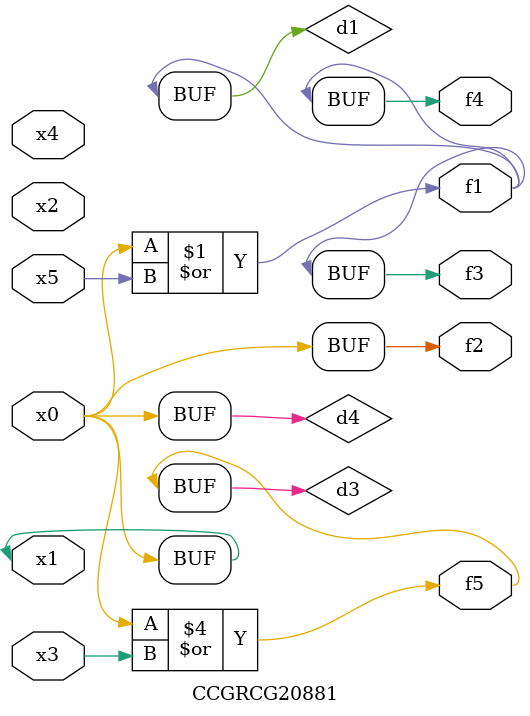
<source format=v>
module CCGRCG20881(
	input x0, x1, x2, x3, x4, x5,
	output f1, f2, f3, f4, f5
);

	wire d1, d2, d3, d4;

	or (d1, x0, x5);
	xnor (d2, x1, x4);
	or (d3, x0, x3);
	buf (d4, x0, x1);
	assign f1 = d1;
	assign f2 = d4;
	assign f3 = d1;
	assign f4 = d1;
	assign f5 = d3;
endmodule

</source>
